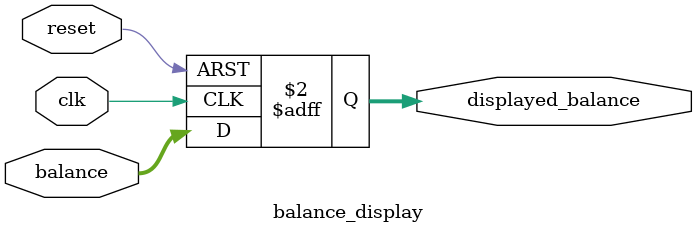
<source format=v>
`timescale 1ns / 1ps
module balance_display (
    input clk,
    input reset,
    input [15:0] balance, // Current balance
    output reg [15:0] displayed_balance
);
    always @(posedge clk or posedge reset) begin
        if (reset)
            displayed_balance <= 16'd0; // Reset balance display
        else
            displayed_balance <= balance; // Display current balance
    end
endmodule

</source>
